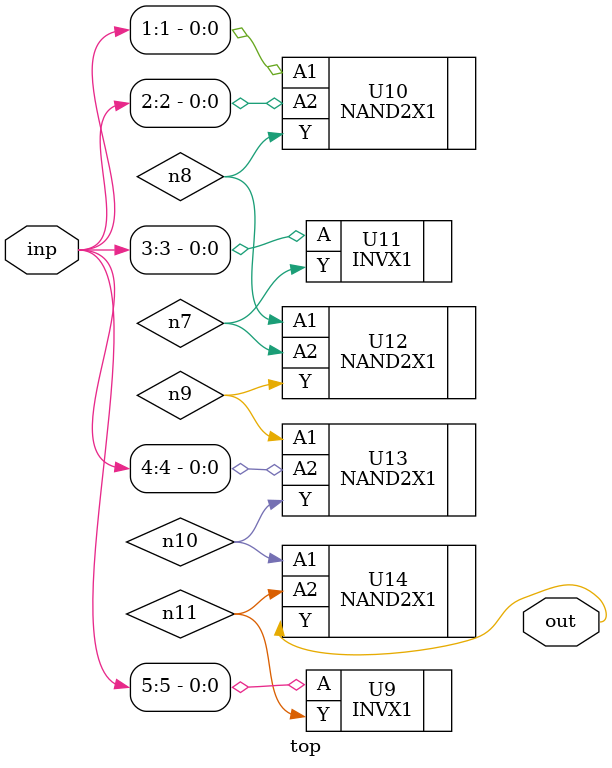
<source format=sv>


module top ( inp, out );
  input [5:0] inp;
  output out;
  wire   n7, n8, n9, n10, n11;

  INVX1 U9 ( .A(inp[5]), .Y(n11) );
  NAND2X1 U10 ( .A1(inp[1]), .A2(inp[2]), .Y(n8) );
  INVX1 U11 ( .A(inp[3]), .Y(n7) );
  NAND2X1 U12 ( .A1(n8), .A2(n7), .Y(n9) );
  NAND2X1 U13 ( .A1(n9), .A2(inp[4]), .Y(n10) );
  NAND2X1 U14 ( .A1(n10), .A2(n11), .Y(out) );
endmodule


</source>
